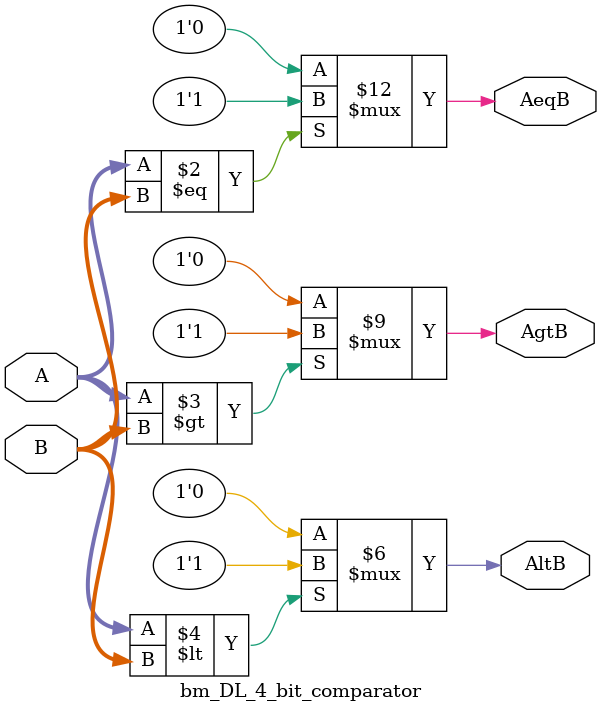
<source format=v>

/* pg 337 - 4 bit comaprator */

module bm_DL_4_bit_comparator (A, B, AeqB, AgtB, AltB);
	input [3:0] A;
	input [3:0] B;
	output AeqB, AgtB, AltB;
	reg AeqB, AgtB, AltB;
		
	always @(A or B)
	begin
		// Andrew: added missing conditions. 
		if(A == B)
			AeqB = 1;
		else 
			AeqB = 0; 

		if (A > B)
			AgtB = 1;
		else 
			AgtB = 0; 

		if (A < B) 
			AltB = 1;
		else
			AltB = 0;
	end
endmodule

</source>
